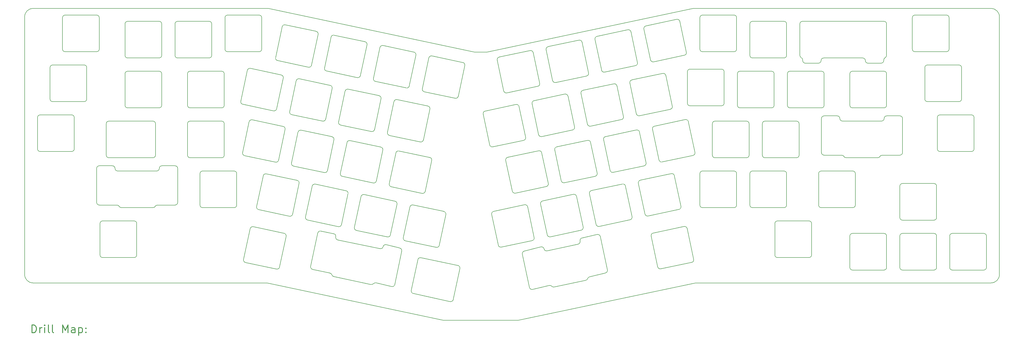
<source format=gbr>
%FSLAX45Y45*%
G04 Gerber Fmt 4.5, Leading zero omitted, Abs format (unit mm)*
G04 Created by KiCad (PCBNEW 5.1.10-88a1d61d58~90~ubuntu21.04.1) date 2021-09-18 02:25:37*
%MOMM*%
%LPD*%
G01*
G04 APERTURE LIST*
%TA.AperFunction,Profile*%
%ADD10C,0.200000*%
%TD*%
%ADD11C,0.200000*%
%ADD12C,0.300000*%
G04 APERTURE END LIST*
D10*
X32052450Y-6138751D02*
G75*
G02*
X31952450Y-6038751I0J100000D01*
G01*
X35148750Y-5838751D02*
X35148750Y-4638750D01*
X31898100Y-5927722D02*
G75*
G02*
X31843750Y-5838750I45650J88972D01*
G01*
X34440052Y-6138751D02*
G75*
G02*
X34340052Y-6038751I0J100000D01*
G01*
X35094400Y-5927723D02*
G75*
G03*
X35040050Y-6016695I45650J-88972D01*
G01*
X35094400Y-5927723D02*
G75*
G03*
X35148750Y-5838751I-45650J88972D01*
G01*
X35048252Y-4538750D02*
X31943251Y-4538750D01*
X35040052Y-6038751D02*
G75*
G02*
X34940052Y-6138751I-100000J0D01*
G01*
X34440052Y-6138751D02*
X34940052Y-6138751D01*
X31843750Y-4638750D02*
G75*
G02*
X31943750Y-4538750I100000J0D01*
G01*
X32652451Y-6038751D02*
G75*
G02*
X32552451Y-6138751I-100000J0D01*
G01*
X35048750Y-4538750D02*
G75*
G02*
X35148750Y-4638750I0J-100000D01*
G01*
X32052450Y-6138751D02*
X32552451Y-6138751D01*
X35040050Y-6016695D02*
X35040052Y-6038751D01*
X34240052Y-5938751D02*
G75*
G02*
X34340052Y-6038751I0J-100000D01*
G01*
X31898100Y-5927722D02*
G75*
G02*
X31952450Y-6016695I-45650J-88972D01*
G01*
X32752451Y-5938751D02*
X34240052Y-5938751D01*
X32652451Y-6038751D02*
G75*
G02*
X32752451Y-5938751I100000J0D01*
G01*
X31238750Y-4538750D02*
G75*
G02*
X31338750Y-4638750I0J-100000D01*
G01*
X31843750Y-4638750D02*
X31843750Y-5838750D01*
X31952450Y-6016695D02*
X31952450Y-6038751D01*
X2792750Y-8210625D02*
G75*
G02*
X2892750Y-8110625I100000J0D01*
G01*
X2892750Y-9510625D02*
G75*
G02*
X2792750Y-9410625I0J100000D01*
G01*
X2892750Y-8110625D02*
X4092750Y-8110625D01*
X4092750Y-9510625D02*
X2892750Y-9510625D01*
X4192750Y-9410625D02*
G75*
G02*
X4092750Y-9510625I-100000J0D01*
G01*
X4192750Y-8210625D02*
X4192750Y-9410625D01*
X4092750Y-8110625D02*
G75*
G02*
X4192750Y-8210625I0J-100000D01*
G01*
X2792750Y-9410625D02*
X2792750Y-8210625D01*
X4568750Y-6205625D02*
G75*
G02*
X4668750Y-6305625I0J-100000D01*
G01*
X3368750Y-7605625D02*
G75*
G02*
X3268750Y-7505625I0J100000D01*
G01*
X4568750Y-7605625D02*
X3368750Y-7605625D01*
X3268750Y-7505625D02*
X3268750Y-6305625D01*
X4668750Y-6305625D02*
X4668750Y-7505625D01*
X3268750Y-6305625D02*
G75*
G02*
X3368750Y-6205625I100000J0D01*
G01*
X4668750Y-7505625D02*
G75*
G02*
X4568750Y-7605625I-100000J0D01*
G01*
X3368750Y-6205625D02*
X4568750Y-6205625D01*
X38006250Y-6305625D02*
X38006250Y-7505625D01*
X38006250Y-7505625D02*
G75*
G02*
X37906250Y-7605625I-100000J0D01*
G01*
X37906250Y-7605625D02*
X36706250Y-7605625D01*
X37906250Y-6205625D02*
G75*
G02*
X38006250Y-6305625I0J-100000D01*
G01*
X36606250Y-6305625D02*
G75*
G02*
X36706250Y-6205625I100000J0D01*
G01*
X36706250Y-6205625D02*
X37906250Y-6205625D01*
X36706250Y-7605625D02*
G75*
G02*
X36606250Y-7505625I0J100000D01*
G01*
X36606250Y-7505625D02*
X36606250Y-6305625D01*
X17404272Y-13561229D02*
X18811051Y-13858875D01*
X26255073Y-12621391D02*
X27430869Y-12372975D01*
X22291932Y-14620391D02*
G75*
G02*
X22387038Y-14651293I20791J-97815D01*
G01*
X21658216Y-14775690D02*
G75*
G02*
X21539610Y-14698667I-20791J97815D01*
G01*
X26427544Y-13913774D02*
X26178050Y-12739997D01*
X18519975Y-15236676D02*
X17113196Y-14930636D01*
X13936079Y-14151107D02*
G75*
G02*
X14010394Y-14218020I-20791J-97815D01*
G01*
X23468225Y-12927490D02*
G75*
G02*
X23545249Y-12808884I97815J20791D01*
G01*
X17285666Y-13638253D02*
G75*
G02*
X17404272Y-13561229I97815J-20791D01*
G01*
X18888075Y-13977481D02*
X18638581Y-15159652D01*
X27721945Y-13742381D02*
X26546150Y-13990798D01*
X17036172Y-14812030D02*
X17285666Y-13638253D01*
X17113196Y-14930636D02*
G75*
G02*
X17036172Y-14812030I20791J97815D01*
G01*
X27798969Y-13623776D02*
G75*
G02*
X27721945Y-13742381I-97815J-20791D01*
G01*
X24509366Y-14026390D02*
X24239081Y-12754799D01*
X27549475Y-12449998D02*
X27798969Y-13623776D01*
X26178050Y-12739997D02*
G75*
G02*
X26255073Y-12621391I97815J20791D01*
G01*
X22215509Y-13304585D02*
G75*
G02*
X22096903Y-13227562I-20791J97815D01*
G01*
X18638581Y-15159652D02*
G75*
G02*
X18519975Y-15236676I-97815J20791D01*
G01*
X26546150Y-13990798D02*
G75*
G02*
X26427544Y-13913774I-20791J97815D01*
G01*
X21978297Y-13150538D02*
G75*
G02*
X22096903Y-13227562I20791J-97815D01*
G01*
X27430869Y-12372975D02*
G75*
G02*
X27549475Y-12449998I20791J-97815D01*
G01*
X18811051Y-13858875D02*
G75*
G02*
X18888075Y-13977481I-20791J-97815D01*
G01*
X23757235Y-14360763D02*
G75*
G02*
X23682921Y-14427676I-95106J30902D01*
G01*
X14084708Y-14284933D02*
G75*
G02*
X14010394Y-14218020I20791J97815D01*
G01*
X22482143Y-14682194D02*
G75*
G02*
X22387038Y-14651293I-20791J97815D01*
G01*
X16411575Y-14586143D02*
G75*
G02*
X16292969Y-14663167I-97815J20791D01*
G01*
X21269325Y-13427075D02*
G75*
G02*
X21346349Y-13308469I97815J20791D01*
G01*
X14081080Y-12648417D02*
G75*
G02*
X14158103Y-12767022I-20791J-97815D01*
G01*
X21539610Y-14698667D02*
X21269325Y-13427075D01*
X21658216Y-14775690D02*
X22291932Y-14620391D01*
X13280138Y-14011682D02*
G75*
G02*
X13203115Y-13893076I20791J97815D01*
G01*
X23545249Y-12808884D02*
X24120475Y-12677775D01*
X16292969Y-14663167D02*
X15689996Y-14523423D01*
X15961225Y-13143294D02*
G75*
G02*
X15842619Y-13220318I-97815J20791D01*
G01*
X23757236Y-14360763D02*
G75*
G02*
X23831550Y-14293850I95106J-30902D01*
G01*
X14081079Y-12648416D02*
X13592006Y-12544461D01*
X23831550Y-14293850D02*
X24432342Y-14144997D01*
X15594891Y-14554325D02*
G75*
G02*
X15689996Y-14523423I74314J-66913D01*
G01*
X13280138Y-14011682D02*
X13936079Y-14151107D01*
X15594891Y-14554325D02*
G75*
G02*
X15499785Y-14585227I-74315J66913D01*
G01*
X24120475Y-12677775D02*
G75*
G02*
X24239081Y-12754799I20791J-97815D01*
G01*
X16596073Y-13195945D02*
G75*
G02*
X16673096Y-13314551I-20791J-97815D01*
G01*
X15499785Y-14585227D02*
X14084708Y-14284933D01*
X13203115Y-13893076D02*
X13473400Y-12621484D01*
X22215509Y-13304585D02*
X23391202Y-13046096D01*
X23468225Y-12927490D02*
G75*
G02*
X23391202Y-13046096I-97815J-20791D01*
G01*
X23682921Y-14427676D02*
X22482143Y-14682194D01*
X16596073Y-13195945D02*
X16079831Y-13066271D01*
X13473400Y-12621484D02*
G75*
G02*
X13592006Y-12544461I97815J-20791D01*
G01*
X14235127Y-12885628D02*
X15842619Y-13220318D01*
X16411575Y-14586143D02*
X16673096Y-13314551D01*
X24509366Y-14026390D02*
G75*
G02*
X24432342Y-14144997I-97815J-20791D01*
G01*
X21978297Y-13150538D02*
X21346349Y-13308469D01*
X14235127Y-12885628D02*
G75*
G02*
X14158103Y-12767022I20791J97815D01*
G01*
X15961225Y-13143294D02*
G75*
G02*
X16079831Y-13066271I97815J-20791D01*
G01*
X16810503Y-12918737D02*
G75*
G02*
X16733480Y-12800132I20791J97815D01*
G01*
X33468025Y-8348750D02*
G75*
G02*
X33368025Y-8248750I0J100000D01*
G01*
X8033125Y-11553750D02*
X7362530Y-11553750D01*
X5645525Y-10053750D02*
G75*
G02*
X5745525Y-10153750I0J-100000D01*
G01*
X5845525Y-10253750D02*
G75*
G02*
X5745525Y-10153750I0J100000D01*
G01*
X5645525Y-10053750D02*
X5145525Y-10053750D01*
X33268025Y-8148750D02*
X32768025Y-8148750D01*
X5045525Y-10153750D02*
G75*
G02*
X5145525Y-10053750I100000J0D01*
G01*
X32768025Y-9648750D02*
G75*
G02*
X32668025Y-9548750I0J100000D01*
G01*
X5045525Y-11453750D02*
X5045525Y-10153750D01*
X8033125Y-10053750D02*
X7533125Y-10053750D01*
X35055625Y-8248750D02*
G75*
G02*
X35155625Y-8148750I100000J0D01*
G01*
X8033125Y-10053750D02*
G75*
G02*
X8133125Y-10153750I0J-100000D01*
G01*
X8133125Y-11453750D02*
X8133125Y-10153750D01*
X7275928Y-11603750D02*
G75*
G02*
X7362530Y-11553750I86603J-50000D01*
G01*
X33268025Y-8148750D02*
G75*
G02*
X33368025Y-8248750I0J-100000D01*
G01*
X5989325Y-11653750D02*
G75*
G02*
X5902722Y-11603750I0J100000D01*
G01*
X7433125Y-10153750D02*
G75*
G02*
X7333125Y-10253750I-100000J0D01*
G01*
X32768025Y-9648750D02*
X33438620Y-9648750D01*
X7275927Y-11603750D02*
G75*
G02*
X7189325Y-11653750I-86603J50000D01*
G01*
X35755625Y-9548750D02*
X35755625Y-8248750D01*
X5816120Y-11553750D02*
G75*
G02*
X5902722Y-11603750I0J-100000D01*
G01*
X8133125Y-11453750D02*
G75*
G02*
X8033125Y-11553750I-100000J0D01*
G01*
X7433125Y-10153750D02*
G75*
G02*
X7533125Y-10053750I100000J0D01*
G01*
X5145525Y-11553750D02*
G75*
G02*
X5045525Y-11453750I0J100000D01*
G01*
X5145525Y-11553750D02*
X5816120Y-11553750D01*
X16961888Y-7006005D02*
G75*
G02*
X16843282Y-7083028I-97815J20791D01*
G01*
X17532876Y-7229606D02*
G75*
G02*
X17455852Y-7111000I20791J97815D01*
G01*
X17211382Y-5832228D02*
X16961887Y-7006005D01*
X17134358Y-5713622D02*
G75*
G02*
X17211382Y-5832228I-20791J-97815D01*
G01*
X17455852Y-7111000D02*
X17705346Y-5937223D01*
X16843282Y-7083028D02*
X15669504Y-6833534D01*
X15592481Y-6714928D02*
X15841975Y-5541151D01*
X17705346Y-5937223D02*
G75*
G02*
X17823952Y-5860199I97815J-20791D01*
G01*
X17823952Y-5860199D02*
X18997729Y-6109693D01*
X19074753Y-6228299D02*
X18825259Y-7402076D01*
X16128095Y-8776336D02*
X16377589Y-7602558D01*
X15669504Y-6833534D02*
G75*
G02*
X15592481Y-6714928I20791J97815D01*
G01*
X18825259Y-7402077D02*
G75*
G02*
X18706653Y-7479100I-97815J20791D01*
G01*
X18997729Y-6109693D02*
G75*
G02*
X19074753Y-6228299I-20791J-97815D01*
G01*
X17378895Y-9144436D02*
X16205118Y-8894941D01*
X16496194Y-7525535D02*
X17669972Y-7775029D01*
X16377589Y-7602558D02*
G75*
G02*
X16496194Y-7525535I97815J-20791D01*
G01*
X17497501Y-9067412D02*
G75*
G02*
X17378895Y-9144436I-97815J20791D01*
G01*
X15960581Y-5464128D02*
X17134358Y-5713622D01*
X15841975Y-5541151D02*
G75*
G02*
X15960581Y-5464128I97815J-20791D01*
G01*
X18706653Y-7479100D02*
X17532876Y-7229606D01*
X13806133Y-6437462D02*
G75*
G02*
X13729110Y-6318857I20791J97815D01*
G01*
X15348010Y-5436156D02*
X15098516Y-6609933D01*
X13116539Y-6290885D02*
X11942762Y-6041391D01*
X11942762Y-6041391D02*
G75*
G02*
X11865739Y-5922785I20791J97815D01*
G01*
X14097209Y-5068056D02*
X15270987Y-5317550D01*
X14979910Y-6686957D02*
X13806133Y-6437462D01*
X15098516Y-6609933D02*
G75*
G02*
X14979910Y-6686957I-97815J20791D01*
G01*
X13407616Y-4921478D02*
G75*
G02*
X13484639Y-5040084I-20791J-97815D01*
G01*
X13729110Y-6318857D02*
X13978604Y-5145080D01*
X12233838Y-4671984D02*
X13407616Y-4921478D01*
X13978604Y-5145080D02*
G75*
G02*
X14097209Y-5068056I97815J-20791D01*
G01*
X15270987Y-5317550D02*
G75*
G02*
X15348010Y-5436156I-20791J-97815D01*
G01*
X12115232Y-4749008D02*
G75*
G02*
X12233838Y-4671984I97815J-20791D01*
G01*
X13235145Y-6213861D02*
G75*
G02*
X13116539Y-6290885I-97815J20791D01*
G01*
X11865739Y-5922785D02*
X12115233Y-4749008D01*
X13484639Y-5040084D02*
X13235145Y-6213861D01*
X23869777Y-8542458D02*
G75*
G02*
X23751171Y-8465434I-20791J97815D01*
G01*
X25900662Y-4834178D02*
G75*
G02*
X25977685Y-4715572I97815J20791D01*
G01*
X24286785Y-6404027D02*
X24037291Y-5230250D01*
X21715329Y-7569123D02*
X22889106Y-7319629D01*
X23501677Y-7291657D02*
G75*
G02*
X23578700Y-7173051I97815J20791D01*
G01*
X22250943Y-5507716D02*
X23424720Y-5258222D01*
X22173920Y-5626321D02*
G75*
G02*
X22250943Y-5507716I97815J20791D01*
G01*
X25977685Y-4715572D02*
X27151463Y-4466078D01*
X21852425Y-7023700D02*
X20678648Y-7273194D01*
X20678648Y-7273194D02*
G75*
G02*
X20560042Y-7196170I-20791J97815D01*
G01*
X25579168Y-6231556D02*
X24405391Y-6481050D01*
X25614542Y-8069362D02*
X25365048Y-6895585D01*
X22542020Y-6877122D02*
G75*
G02*
X22423414Y-6800099I-20791J97815D01*
G01*
X21679955Y-5731317D02*
X21929449Y-6905094D01*
X27519562Y-5716879D02*
G75*
G02*
X27442539Y-5835485I-97815J-20791D01*
G01*
X21638306Y-7687728D02*
G75*
G02*
X21715329Y-7569123I97815J20791D01*
G01*
X26150156Y-6007955D02*
X25900662Y-4834178D01*
X25733148Y-8146386D02*
G75*
G02*
X25614542Y-8069362I-20791J97815D01*
G01*
X25406697Y-4939173D02*
X25656191Y-6112950D01*
X21929449Y-6905094D02*
G75*
G02*
X21852425Y-7023700I-97815J-20791D01*
G01*
X26268762Y-6084979D02*
G75*
G02*
X26150156Y-6007955I-20791J97815D01*
G01*
X39131875Y-4048125D02*
G75*
G02*
X39449375Y-4365625I0J-317500D01*
G01*
X2301875Y-4365625D02*
G75*
G02*
X2619375Y-4048125I317500J0D01*
G01*
X18256250Y-15954375D02*
X21113750Y-15954375D01*
X24871083Y-7000580D02*
X25120577Y-8174357D01*
X20143035Y-9334601D02*
G75*
G02*
X20024429Y-9257577I-20791J97815D01*
G01*
X21316812Y-9085107D02*
X20143035Y-9334601D01*
X24405391Y-6481050D02*
G75*
G02*
X24286785Y-6404027I-20791J97815D01*
G01*
X23180183Y-8689035D02*
X22006406Y-8938529D01*
X21561349Y-5654293D02*
G75*
G02*
X21679955Y-5731317I20791J-97815D01*
G01*
X23424720Y-5258222D02*
G75*
G02*
X23543326Y-5335245I20791J-97815D01*
G01*
X21887800Y-8861506D02*
X21638306Y-7687729D01*
X19774935Y-8083800D02*
G75*
G02*
X19851958Y-7965194I97815J20791D01*
G01*
X26615849Y-6527485D02*
G75*
G02*
X26734455Y-6604509I20791J-97815D01*
G01*
X19851958Y-7965194D02*
X21025735Y-7715700D01*
X21144341Y-7792724D02*
X21393835Y-8966501D01*
X23257206Y-8570429D02*
G75*
G02*
X23180183Y-8689035I-97815J-20791D01*
G01*
X21025735Y-7715700D02*
G75*
G02*
X21144341Y-7792724I20791J-97815D01*
G01*
X20024429Y-9257577D02*
X19774935Y-8083800D01*
X27270068Y-4543102D02*
X27519562Y-5716879D01*
X27151463Y-4466078D02*
G75*
G02*
X27270068Y-4543102I20791J-97815D01*
G01*
X23007712Y-7396652D02*
X23257206Y-8570429D01*
X21393835Y-8966501D02*
G75*
G02*
X21316812Y-9085107I-97815J-20791D01*
G01*
X24114314Y-5111644D02*
X25288091Y-4862150D01*
X25656191Y-6112950D02*
G75*
G02*
X25579168Y-6231556I-97815J-20791D01*
G01*
X24037291Y-5230250D02*
G75*
G02*
X24114314Y-5111644I97815J20791D01*
G01*
X25120577Y-8174358D02*
G75*
G02*
X25043554Y-8292963I-97815J-20791D01*
G01*
X23792820Y-6509022D02*
G75*
G02*
X23715797Y-6627628I-97815J-20791D01*
G01*
X22423414Y-6800099D02*
X22173920Y-5626321D01*
X20387572Y-5903787D02*
X21561349Y-5654293D01*
X22006406Y-8938529D02*
G75*
G02*
X21887800Y-8861506I-20791J97815D01*
G01*
X25043554Y-8292963D02*
X23869777Y-8542458D01*
X23543326Y-5335245D02*
X23792820Y-6509022D01*
X20310548Y-6022393D02*
G75*
G02*
X20387572Y-5903787I97815J20791D01*
G01*
X23715797Y-6627628D02*
X22542019Y-6877122D01*
X20560042Y-7196170D02*
X20310548Y-6022393D01*
X39131875Y-14525625D02*
X27860625Y-14525625D01*
X39449375Y-14208125D02*
G75*
G02*
X39131875Y-14525625I-317500J0D01*
G01*
X27442539Y-5835485D02*
X26268762Y-6084979D01*
X22889106Y-7319629D02*
G75*
G02*
X23007712Y-7396652I20791J-97815D01*
G01*
X23751171Y-8465434D02*
X23501677Y-7291657D01*
X23578700Y-7173051D02*
X24752478Y-6923557D01*
X25288091Y-4862150D02*
G75*
G02*
X25406697Y-4939173I20791J-97815D01*
G01*
X24752478Y-6923557D02*
G75*
G02*
X24871083Y-7000580I20791J-97815D01*
G01*
X35753750Y-12635000D02*
X36953750Y-12635000D01*
X38853750Y-12635000D02*
G75*
G02*
X38953750Y-12735000I0J-100000D01*
G01*
X37053750Y-13935000D02*
G75*
G02*
X36953750Y-14035000I-100000J0D01*
G01*
X2619375Y-14525625D02*
X11544300Y-14525625D01*
X39131875Y-4048125D02*
X27781250Y-4048125D01*
X35753750Y-14035000D02*
G75*
G02*
X35653750Y-13935000I0J100000D01*
G01*
X36953750Y-12635000D02*
G75*
G02*
X37053750Y-12735000I0J-100000D01*
G01*
X37053750Y-12735000D02*
X37053750Y-13935000D01*
X19923125Y-5715000D02*
X19446875Y-5715000D01*
X35653750Y-12735000D02*
G75*
G02*
X35753750Y-12635000I100000J0D01*
G01*
X2301875Y-4365625D02*
X2301875Y-14208125D01*
X38853750Y-14035000D02*
X37653750Y-14035000D01*
X36953750Y-14035000D02*
X35753750Y-14035000D01*
X38953750Y-13935000D02*
G75*
G02*
X38853750Y-14035000I-100000J0D01*
G01*
X35048750Y-12635000D02*
G75*
G02*
X35148750Y-12735000I0J-100000D01*
G01*
X27860625Y-14525625D02*
X21113750Y-15954375D01*
X11544300Y-14525625D02*
X18256250Y-15954375D01*
X27781250Y-4048125D02*
X19923125Y-5715000D01*
X2619375Y-14525625D02*
G75*
G02*
X2301875Y-14208125I0J317500D01*
G01*
X11588750Y-4048125D02*
X19446875Y-5715000D01*
X37653750Y-12635000D02*
X38853750Y-12635000D01*
X2619375Y-4048125D02*
X11588750Y-4048125D01*
X37553750Y-13935000D02*
X37553750Y-12735000D01*
X37653750Y-14035000D02*
G75*
G02*
X37553750Y-13935000I0J100000D01*
G01*
X39449375Y-4365625D02*
X39449375Y-14208125D01*
X38953750Y-12735000D02*
X38953750Y-13935000D01*
X37553750Y-12735000D02*
G75*
G02*
X37653750Y-12635000I100000J0D01*
G01*
X35653750Y-13935000D02*
X35653750Y-12735000D01*
X17739743Y-9737418D02*
G75*
G02*
X17816767Y-9856024I-20791J-97815D01*
G01*
X16274889Y-10857330D02*
G75*
G02*
X16197866Y-10738725I20791J97815D01*
G01*
X14947132Y-12522666D02*
G75*
G02*
X14870108Y-12404060I20791J97815D01*
G01*
X17567272Y-11029801D02*
G75*
G02*
X17448666Y-11106825I-97815J20791D01*
G01*
X16120909Y-12772160D02*
X14947132Y-12522666D01*
X11511466Y-10361116D02*
X12685243Y-10610610D01*
X12512773Y-11902993D02*
G75*
G02*
X12394167Y-11980016I-97815J20791D01*
G01*
X15953395Y-9459952D02*
X15703901Y-10633729D01*
X10895444Y-12456791D02*
G75*
G02*
X11014050Y-12379768I97815J-20791D01*
G01*
X12015356Y-13921645D02*
G75*
G02*
X11896750Y-13998668I-97815J20791D01*
G01*
X12187827Y-12629262D02*
G75*
G02*
X12264850Y-12747868I-20791J-97815D01*
G01*
X12394167Y-11980016D02*
X11220390Y-11730522D01*
X16239515Y-12695136D02*
G75*
G02*
X16120909Y-12772160I-97815J20791D01*
G01*
X12264850Y-12747868D02*
X12015356Y-13921645D01*
X10722973Y-13749174D02*
G75*
G02*
X10645950Y-13630568I20791J97815D01*
G01*
X11014050Y-12379768D02*
X12187827Y-12629262D01*
X11392860Y-10438139D02*
G75*
G02*
X11511466Y-10361116I97815J-20791D01*
G01*
X15876372Y-9341346D02*
G75*
G02*
X15953395Y-9459952I-20791J-97815D01*
G01*
X16197866Y-10738725D02*
X16447360Y-9564948D01*
X12762267Y-10729216D02*
X12512772Y-11902993D01*
X10645950Y-13630568D02*
X10895444Y-12456791D01*
X17101579Y-11549331D02*
X18275357Y-11798825D01*
X15238208Y-11153259D02*
X16411985Y-11402753D01*
X14411518Y-10461259D02*
G75*
G02*
X14334495Y-10342653I20791J97815D01*
G01*
X14583988Y-9168876D02*
G75*
G02*
X14702594Y-9091852I97815J-20791D01*
G01*
X13374837Y-10757187D02*
X14548614Y-11006682D01*
X14548614Y-11006682D02*
G75*
G02*
X14625638Y-11125288I-20791J-97815D01*
G01*
X15119602Y-11230283D02*
G75*
G02*
X15238208Y-11153259I97815J-20791D01*
G01*
X16489009Y-11521359D02*
X16239515Y-12695136D01*
X14257538Y-12376088D02*
X13083761Y-12126594D01*
X13006737Y-12007988D02*
X13256231Y-10834211D01*
X14870108Y-12404060D02*
X15119602Y-11230283D01*
X14376144Y-12299065D02*
G75*
G02*
X14257538Y-12376088I-97815J20791D01*
G01*
X16447360Y-9564948D02*
G75*
G02*
X16565966Y-9487924I97815J-20791D01*
G01*
X13256231Y-10834211D02*
G75*
G02*
X13374837Y-10757187I97815J-20791D01*
G01*
X13083761Y-12126594D02*
G75*
G02*
X13006737Y-12007988I20791J97815D01*
G01*
X14625638Y-11125288D02*
X14376144Y-12299064D01*
X16565966Y-9487924D02*
X17739743Y-9737418D01*
X16411985Y-11402753D02*
G75*
G02*
X16489009Y-11521359I-20791J-97815D01*
G01*
X11143366Y-11611916D02*
X11392860Y-10438139D01*
X12685243Y-10610610D02*
G75*
G02*
X12762267Y-10729216I-20791J-97815D01*
G01*
X11220390Y-11730522D02*
G75*
G02*
X11143366Y-11611916I20791J97815D01*
G01*
X11896750Y-13998668D02*
X10722973Y-13749174D01*
X15703901Y-10633729D02*
G75*
G02*
X15585295Y-10710753I-97815J20791D01*
G01*
X17448666Y-11106825D02*
X16274889Y-10857330D01*
X17816767Y-9856024D02*
X17567272Y-11029801D01*
X12079858Y-6586813D02*
G75*
G02*
X12156882Y-6705419I-20791J-97815D01*
G01*
X13943229Y-6982885D02*
G75*
G02*
X14020253Y-7101491I-20791J-97815D01*
G01*
X14020253Y-7101491D02*
X13770759Y-8275268D01*
X12720617Y-8772804D02*
G75*
G02*
X12839223Y-8695780I97815J-20791D01*
G01*
X14013000Y-8945274D02*
G75*
G02*
X14090024Y-9063880I-20791J-97815D01*
G01*
X12548147Y-10065187D02*
G75*
G02*
X12471123Y-9946581I20791J97815D01*
G01*
X14090024Y-9063880D02*
X13840530Y-10237657D01*
X14702594Y-9091852D02*
X15876372Y-9341346D01*
X11907388Y-7879197D02*
G75*
G02*
X11788782Y-7956220I-97815J20791D01*
G01*
X12650846Y-6810415D02*
G75*
G02*
X12769452Y-6733391I97815J-20791D01*
G01*
X12401352Y-7984192D02*
X12650846Y-6810415D01*
X11858553Y-9918609D02*
X10684776Y-9669115D01*
X12471123Y-9946581D02*
X12720617Y-8772804D01*
X15585295Y-10710753D02*
X14411518Y-10461259D01*
X14334495Y-10342653D02*
X14583989Y-9168876D01*
X14341747Y-8498870D02*
G75*
G02*
X14264724Y-8380264I20791J97815D01*
G01*
X10975852Y-8299708D02*
X12149629Y-8549203D01*
X13652153Y-8352292D02*
X12478376Y-8102798D01*
X17669972Y-7775029D02*
G75*
G02*
X17746995Y-7893635I-20791J-97815D01*
G01*
X17746995Y-7893635D02*
X17497501Y-9067412D01*
X15515524Y-8748364D02*
X14341747Y-8498870D01*
X14514217Y-7206487D02*
G75*
G02*
X14632823Y-7129463I97815J-20791D01*
G01*
X10615005Y-7706726D02*
G75*
G02*
X10537981Y-7588120I20791J97815D01*
G01*
X10607752Y-9550509D02*
X10857246Y-8376732D01*
X12769452Y-6733391D02*
X13943229Y-6982885D01*
X10857246Y-8376732D02*
G75*
G02*
X10975852Y-8299708I97815J-20791D01*
G01*
X10684776Y-9669115D02*
G75*
G02*
X10607752Y-9550509I20791J97815D01*
G01*
X15634130Y-8671340D02*
G75*
G02*
X15515524Y-8748364I-97815J20791D01*
G01*
X10537981Y-7588120D02*
X10787475Y-6414343D01*
X14264724Y-8380264D02*
X14514218Y-7206487D01*
X11788782Y-7956220D02*
X10615005Y-7706726D01*
X12156882Y-6705419D02*
X11907388Y-7879196D01*
X12149629Y-8549203D02*
G75*
G02*
X12226653Y-8667809I-20791J-97815D01*
G01*
X15883624Y-7497563D02*
X15634130Y-8671340D01*
X13770759Y-8275268D02*
G75*
G02*
X13652153Y-8352292I-97815J20791D01*
G01*
X10906081Y-6337319D02*
X12079858Y-6586813D01*
X12226653Y-8667809D02*
X11977159Y-9841586D01*
X12839223Y-8695780D02*
X14013000Y-8945274D01*
X13721924Y-10314681D02*
X12548147Y-10065187D01*
X13840530Y-10237658D02*
G75*
G02*
X13721924Y-10314681I-97815J20791D01*
G01*
X15806601Y-7378957D02*
G75*
G02*
X15883624Y-7497563I-20791J-97815D01*
G01*
X14632823Y-7129463D02*
X15806601Y-7378957D01*
X11977159Y-9841586D02*
G75*
G02*
X11858553Y-9918609I-97815J20791D01*
G01*
X12478376Y-8102798D02*
G75*
G02*
X12401352Y-7984192I20791J97815D01*
G01*
X16205118Y-8894941D02*
G75*
G02*
X16128095Y-8776336I20791J97815D01*
G01*
X10787475Y-6414343D02*
G75*
G02*
X10906081Y-6337319I97815J-20791D01*
G01*
X21643112Y-12910867D02*
X20469335Y-13160361D01*
X25982492Y-9938711D02*
G75*
G02*
X25905468Y-10057317I-97815J-20791D01*
G01*
X26595063Y-9910739D02*
G75*
G02*
X26476457Y-9833715I-20791J97815D01*
G01*
X26476457Y-9833715D02*
X26226963Y-8659938D01*
X24731691Y-10306811D02*
G75*
G02*
X24613085Y-10229787I-20791J97815D01*
G01*
X22214101Y-12687266D02*
X21964607Y-11513489D01*
X22500220Y-9452082D02*
G75*
G02*
X22577244Y-9333476I97815J20791D01*
G01*
X22255750Y-10730854D02*
G75*
G02*
X22178726Y-10849460I-97815J-20791D01*
G01*
X21004949Y-11098954D02*
G75*
G02*
X20886343Y-11021931I-20791J97815D01*
G01*
X21887650Y-9480054D02*
G75*
G02*
X22006256Y-9557077I20791J-97815D01*
G01*
X27845863Y-9542639D02*
G75*
G02*
X27768840Y-9661245I-97815J-20791D01*
G01*
X27596369Y-8368862D02*
X27845863Y-9542639D01*
X24363591Y-9056010D02*
G75*
G02*
X24440615Y-8937404I97815J20791D01*
G01*
X22577244Y-9333476D02*
X23751021Y-9083982D01*
X22006256Y-9557077D02*
X22255750Y-10730854D01*
X20886343Y-11021931D02*
X20636849Y-9848154D01*
X25442072Y-6776979D02*
X26615849Y-6527485D01*
X26734455Y-6604509D02*
X26983949Y-7778286D01*
X26303986Y-8541332D02*
X27477763Y-8291838D01*
X24042097Y-10453388D02*
X22868320Y-10702883D01*
X23751021Y-9083982D02*
G75*
G02*
X23869627Y-9161005I20791J-97815D01*
G01*
X25614392Y-8687910D02*
G75*
G02*
X25732998Y-8764934I20791J-97815D01*
G01*
X23869627Y-9161005D02*
X24119121Y-10334783D01*
X24119121Y-10334783D02*
G75*
G02*
X24042097Y-10453388I-97815J-20791D01*
G01*
X20713873Y-9729548D02*
X21887650Y-9480054D01*
X27768840Y-9661245D02*
X26595063Y-9910739D01*
X26906925Y-7896892D02*
X25733148Y-8146386D01*
X26983949Y-7778286D02*
G75*
G02*
X26906925Y-7896892I-97815J-20791D01*
G01*
X25732998Y-8764934D02*
X25982492Y-9938711D01*
X25365048Y-6895585D02*
G75*
G02*
X25442072Y-6776979I97815J20791D01*
G01*
X24440615Y-8937404D02*
X25614392Y-8687910D01*
X20469335Y-13160361D02*
G75*
G02*
X20350729Y-13083338I-20791J97815D01*
G01*
X21352036Y-11541461D02*
G75*
G02*
X21470642Y-11618484I20791J-97815D01*
G01*
X24613085Y-10229787D02*
X24363591Y-9056010D01*
X20350729Y-13083338D02*
X20101235Y-11909561D01*
X26226963Y-8659938D02*
G75*
G02*
X26303986Y-8541332I97815J20791D01*
G01*
X21720136Y-12792261D02*
G75*
G02*
X21643112Y-12910867I-97815J-20791D01*
G01*
X25905468Y-10057317D02*
X24731691Y-10306811D01*
X22868320Y-10702883D02*
G75*
G02*
X22749714Y-10625859I-20791J97815D01*
G01*
X20178259Y-11790955D02*
X21352036Y-11541461D01*
X22749714Y-10625859D02*
X22500220Y-9452082D01*
X21470642Y-11618484D02*
X21720136Y-12792261D01*
X22178726Y-10849460D02*
X21004949Y-11098954D01*
X20636849Y-9848154D02*
G75*
G02*
X20713873Y-9729548I97815J20791D01*
G01*
X27477763Y-8291838D02*
G75*
G02*
X27596369Y-8368862I20791J-97815D01*
G01*
X20101235Y-11909560D02*
G75*
G02*
X20178259Y-11790955I97815J20791D01*
G01*
X38382500Y-9510625D02*
X37182500Y-9510625D01*
X37430000Y-5700625D02*
X36230000Y-5700625D01*
X3845000Y-4300625D02*
X5045000Y-4300625D01*
X5145000Y-5600625D02*
G75*
G02*
X5045000Y-5700625I-100000J0D01*
G01*
X7526250Y-5838750D02*
G75*
G02*
X7426250Y-5938750I-100000J0D01*
G01*
X3745000Y-4400625D02*
G75*
G02*
X3845000Y-4300625I100000J0D01*
G01*
X37530000Y-5600625D02*
G75*
G02*
X37430000Y-5700625I-100000J0D01*
G01*
X36230000Y-5700625D02*
G75*
G02*
X36130000Y-5600625I0J100000D01*
G01*
X36130000Y-4400625D02*
G75*
G02*
X36230000Y-4300625I100000J0D01*
G01*
X37530000Y-4400625D02*
X37530000Y-5600625D01*
X36230000Y-4300625D02*
X37430000Y-4300625D01*
X36130000Y-5600625D02*
X36130000Y-4400625D01*
X7426250Y-5938750D02*
X6226250Y-5938750D01*
X6226250Y-5938750D02*
G75*
G02*
X6126250Y-5838750I0J100000D01*
G01*
X37182500Y-8110625D02*
X38382500Y-8110625D01*
X37082500Y-8210625D02*
G75*
G02*
X37182500Y-8110625I100000J0D01*
G01*
X38382500Y-8110625D02*
G75*
G02*
X38482500Y-8210625I0J-100000D01*
G01*
X5145000Y-4400625D02*
X5145000Y-5600625D01*
X3745000Y-5600625D02*
X3745000Y-4400625D01*
X5045000Y-5700625D02*
X3845000Y-5700625D01*
X3845000Y-5700625D02*
G75*
G02*
X3745000Y-5600625I0J100000D01*
G01*
X37430000Y-4300625D02*
G75*
G02*
X37530000Y-4400625I0J-100000D01*
G01*
X5045000Y-4300625D02*
G75*
G02*
X5145000Y-4400625I0J-100000D01*
G01*
X38482500Y-9410625D02*
G75*
G02*
X38382500Y-9510625I-100000J0D01*
G01*
X38482500Y-8210625D02*
X38482500Y-9410625D01*
X37082500Y-9410625D02*
X37082500Y-8210625D01*
X37182500Y-9510625D02*
G75*
G02*
X37082500Y-9410625I0J100000D01*
G01*
X23215407Y-11145389D02*
G75*
G02*
X23334013Y-11222412I20791J-97815D01*
G01*
X25078778Y-10749317D02*
G75*
G02*
X25197384Y-10826341I20791J-97815D01*
G01*
X16982974Y-11626355D02*
G75*
G02*
X17101579Y-11549331I97815J-20791D01*
G01*
X25940843Y-11895122D02*
X25691349Y-10721345D01*
X18352380Y-11917431D02*
X18102886Y-13091208D01*
X18102886Y-13091208D02*
G75*
G02*
X17984280Y-13168232I-97815J20791D01*
G01*
X25768372Y-10602739D02*
X26942150Y-10353245D01*
X27060755Y-10430269D02*
X27310249Y-11604046D01*
X25691349Y-10721345D02*
G75*
G02*
X25768372Y-10602739I97815J20791D01*
G01*
X25369855Y-12118724D02*
X24196078Y-12368218D01*
X25197384Y-10826341D02*
X25446878Y-12000118D01*
X27233226Y-11722652D02*
X26059449Y-11972146D01*
X25446878Y-12000118D02*
G75*
G02*
X25369855Y-12118724I-97815J-20791D01*
G01*
X24196078Y-12368218D02*
G75*
G02*
X24077472Y-12291194I-20791J97815D01*
G01*
X18275357Y-11798825D02*
G75*
G02*
X18352380Y-11917431I-20791J-97815D01*
G01*
X26942150Y-10353245D02*
G75*
G02*
X27060755Y-10430269I20791J-97815D01*
G01*
X16733480Y-12800132D02*
X16982974Y-11626355D01*
X27310249Y-11604046D02*
G75*
G02*
X27233226Y-11722652I-97815J-20791D01*
G01*
X26059449Y-11972146D02*
G75*
G02*
X25940843Y-11895122I-20791J97815D01*
G01*
X23827978Y-11117417D02*
G75*
G02*
X23905001Y-10998811I97815J20791D01*
G01*
X24077472Y-12291194D02*
X23827978Y-11117417D01*
X17984280Y-13168232D02*
X16810503Y-12918737D01*
X23905001Y-10998811D02*
X25078778Y-10749317D01*
X23506483Y-12514795D02*
X22332706Y-12764290D01*
X22041630Y-11394883D02*
X23215407Y-11145389D01*
X23334013Y-11222412D02*
X23583507Y-12396190D01*
X23583507Y-12396190D02*
G75*
G02*
X23506483Y-12514795I-97815J-20791D01*
G01*
X21964606Y-11513489D02*
G75*
G02*
X22041630Y-11394883I97815J20791D01*
G01*
X22332707Y-12764290D02*
G75*
G02*
X22214101Y-12687266I-20791J97815D01*
G01*
X29333750Y-4300625D02*
G75*
G02*
X29433750Y-4400625I0J-100000D01*
G01*
X10283750Y-11653750D02*
X9083750Y-11653750D01*
X10383750Y-11553750D02*
G75*
G02*
X10283750Y-11653750I-100000J0D01*
G01*
X8507500Y-8448750D02*
G75*
G02*
X8607500Y-8348750I100000J0D01*
G01*
X9083750Y-11653750D02*
G75*
G02*
X8983750Y-11553750I0J100000D01*
G01*
X9807500Y-9748750D02*
X8607500Y-9748750D01*
X9936250Y-4400625D02*
G75*
G02*
X10036250Y-4300625I100000J0D01*
G01*
X33848750Y-7843750D02*
G75*
G02*
X33748750Y-7743750I0J100000D01*
G01*
X30038750Y-5938750D02*
G75*
G02*
X29938750Y-5838750I0J100000D01*
G01*
X9907500Y-6543750D02*
X9907500Y-7743750D01*
X8507500Y-9648750D02*
X8507500Y-8448750D01*
X10036250Y-4300625D02*
X11236250Y-4300625D01*
X8983750Y-10353750D02*
G75*
G02*
X9083750Y-10253750I100000J0D01*
G01*
X9083750Y-10253750D02*
X10283750Y-10253750D01*
X9431250Y-4638750D02*
X9431250Y-5838750D01*
X8031250Y-4638750D02*
G75*
G02*
X8131250Y-4538750I100000J0D01*
G01*
X35048750Y-7843750D02*
X33848750Y-7843750D01*
X9907500Y-7743750D02*
G75*
G02*
X9807500Y-7843750I-100000J0D01*
G01*
X9807500Y-6443750D02*
G75*
G02*
X9907500Y-6543750I0J-100000D01*
G01*
X11336250Y-4400625D02*
X11336250Y-5600625D01*
X9907500Y-9648750D02*
G75*
G02*
X9807500Y-9748750I-100000J0D01*
G01*
X8607500Y-6443750D02*
X9807500Y-6443750D01*
X9331250Y-4538750D02*
G75*
G02*
X9431250Y-4638750I0J-100000D01*
G01*
X10383750Y-10353750D02*
X10383750Y-11553750D01*
X8507500Y-6543750D02*
G75*
G02*
X8607500Y-6443750I100000J0D01*
G01*
X31238750Y-5938750D02*
X30038750Y-5938750D01*
X8031250Y-5838750D02*
X8031250Y-4638750D01*
X29938750Y-4638750D02*
G75*
G02*
X30038750Y-4538750I100000J0D01*
G01*
X9331250Y-5938750D02*
X8131250Y-5938750D01*
X9431250Y-5838750D02*
G75*
G02*
X9331250Y-5938750I-100000J0D01*
G01*
X6473750Y-12158750D02*
G75*
G02*
X6573750Y-12258750I0J-100000D01*
G01*
X11236250Y-5700625D02*
X10036250Y-5700625D01*
X30038750Y-4538750D02*
X31238750Y-4538750D01*
X10283750Y-10253750D02*
G75*
G02*
X10383750Y-10353750I0J-100000D01*
G01*
X8131250Y-5938750D02*
G75*
G02*
X8031250Y-5838750I0J100000D01*
G01*
X5273750Y-12158750D02*
X6473750Y-12158750D01*
X29938750Y-5838750D02*
X29938750Y-4638750D01*
X8607500Y-8348750D02*
X9807500Y-8348750D01*
X8607500Y-9748750D02*
G75*
G02*
X8507500Y-9648750I0J100000D01*
G01*
X35148750Y-7743750D02*
G75*
G02*
X35048750Y-7843750I-100000J0D01*
G01*
X9907500Y-8448750D02*
X9907500Y-9648750D01*
X29333750Y-5700625D02*
X28133750Y-5700625D01*
X33748750Y-6543750D02*
G75*
G02*
X33848750Y-6443750I100000J0D01*
G01*
X29433750Y-5600625D02*
G75*
G02*
X29333750Y-5700625I-100000J0D01*
G01*
X9807500Y-7843750D02*
X8607500Y-7843750D01*
X28133750Y-5700625D02*
G75*
G02*
X28033750Y-5600625I0J100000D01*
G01*
X8983750Y-11553750D02*
X8983750Y-10353750D01*
X8607500Y-7843750D02*
G75*
G02*
X8507500Y-7743750I0J100000D01*
G01*
X9807500Y-8348750D02*
G75*
G02*
X9907500Y-8448750I0J-100000D01*
G01*
X31338750Y-4638750D02*
X31338750Y-5838750D01*
X28033750Y-4400625D02*
G75*
G02*
X28133750Y-4300625I100000J0D01*
G01*
X11236250Y-4300625D02*
G75*
G02*
X11336250Y-4400625I0J-100000D01*
G01*
X29433750Y-4400625D02*
X29433750Y-5600625D01*
X8507500Y-7743750D02*
X8507500Y-6543750D01*
X9936250Y-5600625D02*
X9936250Y-4400625D01*
X28133750Y-4300625D02*
X29333750Y-4300625D01*
X11336250Y-5600625D02*
G75*
G02*
X11236250Y-5700625I-100000J0D01*
G01*
X10036250Y-5700625D02*
G75*
G02*
X9936250Y-5600625I0J100000D01*
G01*
X8131250Y-4538750D02*
X9331250Y-4538750D01*
X6573750Y-12258750D02*
X6573750Y-13458750D01*
X33748750Y-7743750D02*
X33748750Y-6543750D01*
X31338750Y-5838750D02*
G75*
G02*
X31238750Y-5938750I-100000J0D01*
G01*
X28033750Y-5600625D02*
X28033750Y-4400625D01*
X6573750Y-13458750D02*
G75*
G02*
X6473750Y-13558750I-100000J0D01*
G01*
X6473750Y-13558750D02*
X5273750Y-13558750D01*
X5273750Y-13558750D02*
G75*
G02*
X5173750Y-13458750I0J100000D01*
G01*
X5845525Y-10253750D02*
X7333125Y-10253750D01*
X5411875Y-9648750D02*
X5411875Y-8448750D01*
X7188125Y-8348750D02*
G75*
G02*
X7288125Y-8448750I0J-100000D01*
G01*
X7426250Y-7843750D02*
X6226250Y-7843750D01*
X7526250Y-7743750D02*
G75*
G02*
X7426250Y-7843750I-100000J0D01*
G01*
X6226250Y-7843750D02*
G75*
G02*
X6126250Y-7743750I0J100000D01*
G01*
X7526250Y-4638750D02*
X7526250Y-5838750D01*
X5173750Y-12258750D02*
G75*
G02*
X5273750Y-12158750I100000J0D01*
G01*
X5511875Y-8348750D02*
X7188125Y-8348750D01*
X7426250Y-4538750D02*
G75*
G02*
X7526250Y-4638750I0J-100000D01*
G01*
X6226250Y-4538750D02*
X7426250Y-4538750D01*
X6126250Y-4638750D02*
G75*
G02*
X6226250Y-4538750I100000J0D01*
G01*
X6126250Y-5838750D02*
X6126250Y-4638750D01*
X7189325Y-11653750D02*
X5989325Y-11653750D01*
X5511875Y-9748750D02*
G75*
G02*
X5411875Y-9648750I0J100000D01*
G01*
X6126250Y-7743750D02*
X6126250Y-6543750D01*
X7288125Y-9648750D02*
G75*
G02*
X7188125Y-9748750I-100000J0D01*
G01*
X5173750Y-13458750D02*
X5173750Y-12258750D01*
X7288125Y-8448750D02*
X7288125Y-9648750D01*
X7188125Y-9748750D02*
X5511875Y-9748750D01*
X7426250Y-6443750D02*
G75*
G02*
X7526250Y-6543750I0J-100000D01*
G01*
X7526250Y-6543750D02*
X7526250Y-7743750D01*
X5411875Y-8448750D02*
G75*
G02*
X5511875Y-8348750I100000J0D01*
G01*
X6226250Y-6443750D02*
X7426250Y-6443750D01*
X6126250Y-6543750D02*
G75*
G02*
X6226250Y-6443750I100000J0D01*
G01*
X35048750Y-14035000D02*
X33848750Y-14035000D01*
X32291250Y-12258750D02*
X32291250Y-13458750D01*
X29433750Y-11553750D02*
G75*
G02*
X29333750Y-11653750I-100000J0D01*
G01*
X35653750Y-10830000D02*
G75*
G02*
X35753750Y-10730000I100000J0D01*
G01*
X32558125Y-11553750D02*
X32558125Y-10353750D01*
X33858125Y-11653750D02*
X32658125Y-11653750D01*
X30891250Y-13458750D02*
X30891250Y-12258750D01*
X33848750Y-12635000D02*
X35048750Y-12635000D01*
X34811825Y-9748750D02*
X33611825Y-9748750D01*
X32191250Y-13558750D02*
X30991250Y-13558750D01*
X28133750Y-10253750D02*
X29333750Y-10253750D01*
X32658125Y-11653750D02*
G75*
G02*
X32558125Y-11553750I0J100000D01*
G01*
X29938750Y-11553750D02*
X29938750Y-10353750D01*
X35653750Y-12030000D02*
X35653750Y-10830000D01*
X33958125Y-10353750D02*
X33958125Y-11553750D01*
X35148750Y-13935000D02*
G75*
G02*
X35048750Y-14035000I-100000J0D01*
G01*
X28033750Y-11553750D02*
X28033750Y-10353750D01*
X37053750Y-10830000D02*
X37053750Y-12030000D01*
X32191250Y-12158750D02*
G75*
G02*
X32291250Y-12258750I0J-100000D01*
G01*
X31338750Y-10353750D02*
X31338750Y-11553750D01*
X35753750Y-10730000D02*
X36953750Y-10730000D01*
X33848750Y-14035000D02*
G75*
G02*
X33748750Y-13935000I0J100000D01*
G01*
X35753750Y-12130000D02*
G75*
G02*
X35653750Y-12030000I0J100000D01*
G01*
X32658125Y-10253750D02*
X33858125Y-10253750D01*
X29433750Y-10353750D02*
X29433750Y-11553750D01*
X33958125Y-11553750D02*
G75*
G02*
X33858125Y-11653750I-100000J0D01*
G01*
X33468025Y-8348750D02*
X34955625Y-8348750D01*
X33748750Y-12735000D02*
G75*
G02*
X33848750Y-12635000I100000J0D01*
G01*
X33748750Y-13935000D02*
X33748750Y-12735000D01*
X35148750Y-12735000D02*
X35148750Y-13935000D01*
X32291250Y-13458750D02*
G75*
G02*
X32191250Y-13558750I-100000J0D01*
G01*
X29333750Y-11653750D02*
X28133750Y-11653750D01*
X31715000Y-8348750D02*
G75*
G02*
X31815000Y-8448750I0J-100000D01*
G01*
X31815000Y-8448750D02*
X31815000Y-9648750D01*
X31338750Y-11553750D02*
G75*
G02*
X31238750Y-11653750I-100000J0D01*
G01*
X36953750Y-10730000D02*
G75*
G02*
X37053750Y-10830000I0J-100000D01*
G01*
X30415000Y-8448750D02*
G75*
G02*
X30515000Y-8348750I100000J0D01*
G01*
X30891250Y-12258750D02*
G75*
G02*
X30991250Y-12158750I100000J0D01*
G01*
X30991250Y-13558750D02*
G75*
G02*
X30891250Y-13458750I0J100000D01*
G01*
X33858125Y-10253750D02*
G75*
G02*
X33958125Y-10353750I0J-100000D01*
G01*
X30415000Y-9648750D02*
X30415000Y-8448750D01*
X28033750Y-10353750D02*
G75*
G02*
X28133750Y-10253750I100000J0D01*
G01*
X30038750Y-11653750D02*
G75*
G02*
X29938750Y-11553750I0J100000D01*
G01*
X36953750Y-12130000D02*
X35753750Y-12130000D01*
X37053750Y-12030000D02*
G75*
G02*
X36953750Y-12130000I-100000J0D01*
G01*
X31238750Y-10253750D02*
G75*
G02*
X31338750Y-10353750I0J-100000D01*
G01*
X30991250Y-12158750D02*
X32191250Y-12158750D01*
X29938750Y-10353750D02*
G75*
G02*
X30038750Y-10253750I100000J0D01*
G01*
X31238750Y-11653750D02*
X30038750Y-11653750D01*
X32558125Y-10353750D02*
G75*
G02*
X32658125Y-10253750I100000J0D01*
G01*
X28133750Y-11653750D02*
G75*
G02*
X28033750Y-11553750I0J100000D01*
G01*
X29333750Y-10253750D02*
G75*
G02*
X29433750Y-10353750I0J-100000D01*
G01*
X30038750Y-10253750D02*
X31238750Y-10253750D01*
X30515000Y-8348750D02*
X31715000Y-8348750D01*
X31715000Y-9748750D02*
X30515000Y-9748750D01*
X31815000Y-9648750D02*
G75*
G02*
X31715000Y-9748750I-100000J0D01*
G01*
X30515000Y-9748750D02*
G75*
G02*
X30415000Y-9648750I0J100000D01*
G01*
X29810000Y-8348750D02*
G75*
G02*
X29910000Y-8448750I0J-100000D01*
G01*
X29910000Y-8448750D02*
X29910000Y-9648750D01*
X28610000Y-8348750D02*
X29810000Y-8348750D01*
X28510000Y-8448750D02*
G75*
G02*
X28610000Y-8348750I100000J0D01*
G01*
X28510000Y-9648750D02*
X28510000Y-8448750D01*
X29810000Y-9748750D02*
X28610000Y-9748750D01*
X29910000Y-9648750D02*
G75*
G02*
X29810000Y-9748750I-100000J0D01*
G01*
X27657500Y-6364375D02*
X28857500Y-6364375D01*
X28610000Y-9748750D02*
G75*
G02*
X28510000Y-9648750I0J100000D01*
G01*
X28957500Y-7664375D02*
G75*
G02*
X28857500Y-7764375I-100000J0D01*
G01*
X28857500Y-7764375D02*
X27657500Y-7764375D01*
X30762500Y-6443750D02*
G75*
G02*
X30862500Y-6543750I0J-100000D01*
G01*
X30862500Y-6543750D02*
X30862500Y-7743750D01*
X28857500Y-6364375D02*
G75*
G02*
X28957500Y-6464375I0J-100000D01*
G01*
X29462500Y-6543750D02*
G75*
G02*
X29562500Y-6443750I100000J0D01*
G01*
X32667500Y-6443750D02*
G75*
G02*
X32767500Y-6543750I0J-100000D01*
G01*
X31467500Y-6443750D02*
X32667500Y-6443750D01*
X31367500Y-7743750D02*
X31367500Y-6543750D01*
X32667500Y-7843750D02*
X31467500Y-7843750D01*
X31467500Y-7843750D02*
G75*
G02*
X31367500Y-7743750I0J100000D01*
G01*
X27557500Y-6464375D02*
G75*
G02*
X27657500Y-6364375I100000J0D01*
G01*
X29562500Y-7843750D02*
G75*
G02*
X29462500Y-7743750I0J100000D01*
G01*
X35048750Y-6443750D02*
G75*
G02*
X35148750Y-6543750I0J-100000D01*
G01*
X31367500Y-6543750D02*
G75*
G02*
X31467500Y-6443750I100000J0D01*
G01*
X27657500Y-7764375D02*
G75*
G02*
X27557500Y-7664375I0J100000D01*
G01*
X29562500Y-6443750D02*
X30762500Y-6443750D01*
X35148750Y-6543750D02*
X35148750Y-7743750D01*
X33848750Y-6443750D02*
X35048750Y-6443750D01*
X28957500Y-6464375D02*
X28957500Y-7664375D01*
X27557500Y-7664375D02*
X27557500Y-6464375D01*
X32767500Y-7743750D02*
G75*
G02*
X32667500Y-7843750I-100000J0D01*
G01*
X30762500Y-7843750D02*
X29562500Y-7843750D01*
X30862500Y-7743750D02*
G75*
G02*
X30762500Y-7843750I-100000J0D01*
G01*
X32767500Y-6543750D02*
X32767500Y-7743750D01*
X29462500Y-7743750D02*
X29462500Y-6543750D01*
X32668025Y-8248750D02*
G75*
G02*
X32768025Y-8148750I100000J0D01*
G01*
X33611825Y-9748750D02*
G75*
G02*
X33525222Y-9698750I0J100000D01*
G01*
X35055625Y-8248750D02*
G75*
G02*
X34955625Y-8348750I-100000J0D01*
G01*
X33438620Y-9648750D02*
G75*
G02*
X33525222Y-9698750I0J-100000D01*
G01*
X34898428Y-9698750D02*
G75*
G02*
X34811825Y-9748750I-86603J50000D01*
G01*
X32668025Y-9548750D02*
X32668025Y-8248750D01*
X35655625Y-8148750D02*
X35155625Y-8148750D01*
X34898428Y-9698750D02*
G75*
G02*
X34985030Y-9648750I86603J-50000D01*
G01*
X35755625Y-9548750D02*
G75*
G02*
X35655625Y-9648750I-100000J0D01*
G01*
X35655625Y-9648750D02*
X34985030Y-9648750D01*
X35655625Y-8148750D02*
G75*
G02*
X35755625Y-8248750I0J-100000D01*
G01*
D11*
D12*
X2578303Y-16430089D02*
X2578303Y-16130089D01*
X2649732Y-16130089D01*
X2692589Y-16144375D01*
X2721161Y-16172946D01*
X2735446Y-16201518D01*
X2749732Y-16258661D01*
X2749732Y-16301518D01*
X2735446Y-16358661D01*
X2721161Y-16387232D01*
X2692589Y-16415804D01*
X2649732Y-16430089D01*
X2578303Y-16430089D01*
X2878303Y-16430089D02*
X2878303Y-16230089D01*
X2878303Y-16287232D02*
X2892589Y-16258661D01*
X2906875Y-16244375D01*
X2935446Y-16230089D01*
X2964018Y-16230089D01*
X3064018Y-16430089D02*
X3064018Y-16230089D01*
X3064018Y-16130089D02*
X3049732Y-16144375D01*
X3064018Y-16158661D01*
X3078303Y-16144375D01*
X3064018Y-16130089D01*
X3064018Y-16158661D01*
X3249732Y-16430089D02*
X3221161Y-16415804D01*
X3206875Y-16387232D01*
X3206875Y-16130089D01*
X3406875Y-16430089D02*
X3378303Y-16415804D01*
X3364018Y-16387232D01*
X3364018Y-16130089D01*
X3749732Y-16430089D02*
X3749732Y-16130089D01*
X3849732Y-16344375D01*
X3949732Y-16130089D01*
X3949732Y-16430089D01*
X4221161Y-16430089D02*
X4221161Y-16272946D01*
X4206875Y-16244375D01*
X4178303Y-16230089D01*
X4121161Y-16230089D01*
X4092589Y-16244375D01*
X4221161Y-16415804D02*
X4192589Y-16430089D01*
X4121161Y-16430089D01*
X4092589Y-16415804D01*
X4078303Y-16387232D01*
X4078303Y-16358661D01*
X4092589Y-16330089D01*
X4121161Y-16315804D01*
X4192589Y-16315804D01*
X4221161Y-16301518D01*
X4364018Y-16230089D02*
X4364018Y-16530089D01*
X4364018Y-16244375D02*
X4392589Y-16230089D01*
X4449732Y-16230089D01*
X4478303Y-16244375D01*
X4492589Y-16258661D01*
X4506875Y-16287232D01*
X4506875Y-16372946D01*
X4492589Y-16401518D01*
X4478303Y-16415804D01*
X4449732Y-16430089D01*
X4392589Y-16430089D01*
X4364018Y-16415804D01*
X4635446Y-16401518D02*
X4649732Y-16415804D01*
X4635446Y-16430089D01*
X4621161Y-16415804D01*
X4635446Y-16401518D01*
X4635446Y-16430089D01*
X4635446Y-16244375D02*
X4649732Y-16258661D01*
X4635446Y-16272946D01*
X4621161Y-16258661D01*
X4635446Y-16244375D01*
X4635446Y-16272946D01*
M02*

</source>
